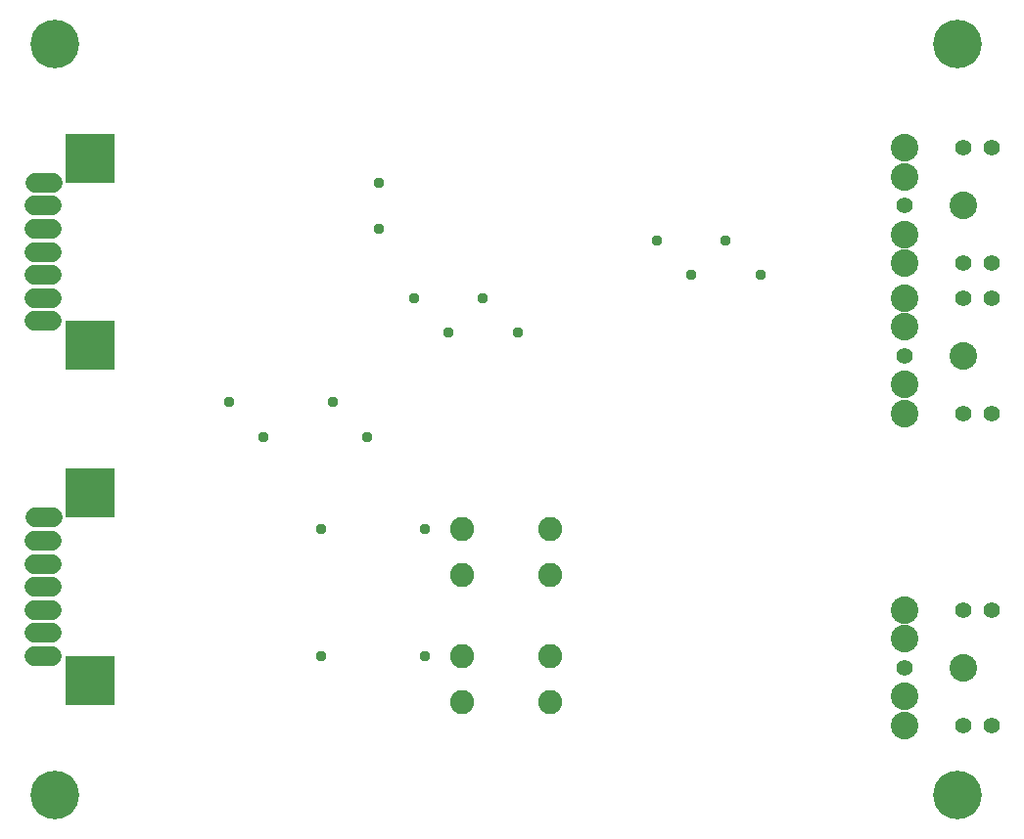
<source format=gbr>
G04 EAGLE Gerber RS-274X export*
G75*
%MOMM*%
%FSLAX34Y34*%
%LPD*%
%INSoldermask Bottom*%
%IPPOS*%
%AMOC8*
5,1,8,0,0,1.08239X$1,22.5*%
G01*
%ADD10C,4.203200*%
%ADD11C,2.082800*%
%ADD12C,2.387600*%
%ADD13C,1.403200*%
%ADD14C,1.711200*%
%ADD15R,4.219200X4.219200*%
%ADD16C,0.959600*%


D10*
X60000Y60000D03*
X840000Y60000D03*
X60000Y710000D03*
X840000Y710000D03*
D11*
X411900Y290000D03*
X488100Y290000D03*
X411900Y180000D03*
X488100Y180000D03*
X411900Y140000D03*
X488100Y140000D03*
X411900Y250000D03*
X488100Y250000D03*
D12*
X845000Y570000D03*
X795000Y545000D03*
X795000Y520000D03*
X795000Y595000D03*
X795000Y620000D03*
D13*
X845000Y520000D03*
X870000Y520000D03*
X870000Y620000D03*
X845000Y620000D03*
X795000Y570000D03*
D12*
X845000Y440000D03*
X795000Y415000D03*
X795000Y390000D03*
X795000Y465000D03*
X795000Y490000D03*
D13*
X845000Y390000D03*
X870000Y390000D03*
X870000Y490000D03*
X845000Y490000D03*
X795000Y440000D03*
D12*
X845000Y170000D03*
X795000Y145000D03*
X795000Y120000D03*
X795000Y195000D03*
X795000Y220000D03*
D13*
X845000Y120000D03*
X870000Y120000D03*
X870000Y220000D03*
X845000Y220000D03*
X795000Y170000D03*
D14*
X57000Y260000D02*
X41920Y260000D01*
X41920Y220000D02*
X57000Y220000D01*
X57000Y200000D02*
X41920Y200000D01*
X41920Y180000D02*
X57000Y180000D01*
X57000Y280000D02*
X41920Y280000D01*
X42920Y300000D02*
X58000Y300000D01*
X57000Y240000D02*
X41920Y240000D01*
D15*
X90000Y159000D03*
X90000Y321000D03*
D14*
X57000Y550000D02*
X41920Y550000D01*
X41920Y510000D02*
X57000Y510000D01*
X57000Y490000D02*
X41920Y490000D01*
X41920Y470000D02*
X57000Y470000D01*
X57000Y570000D02*
X41920Y570000D01*
X42920Y590000D02*
X58000Y590000D01*
X57000Y530000D02*
X41920Y530000D01*
D15*
X90000Y449000D03*
X90000Y611000D03*
D16*
X380000Y180000D03*
X290000Y180000D03*
X380000Y290000D03*
X290000Y290000D03*
X340000Y550000D03*
X340000Y590000D03*
X640000Y540000D03*
X610000Y510000D03*
X460000Y460000D03*
X400000Y460000D03*
X330000Y370000D03*
X240000Y370000D03*
X670000Y510000D03*
X580000Y540000D03*
X430000Y490000D03*
X370000Y490000D03*
X300000Y400000D03*
X210000Y400000D03*
M02*

</source>
